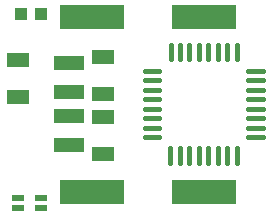
<source format=gtp>
G04 Layer: TopPasteMaskLayer*
G04 EasyEDA v6.3.53, 2020-06-17T01:54:55+02:00*
G04 e9d571a3f1504c91a96fab9e56f28b91,9eabfb72a9474bef872f988307f0334b,10*
G04 Gerber Generator version 0.2*
G04 Scale: 100 percent, Rotated: No, Reflected: No *
G04 Dimensions in millimeters *
G04 leading zeros omitted , absolute positions ,3 integer and 3 decimal *
%FSLAX33Y33*%
%MOMM*%
G90*
G71D02*

%ADD13C,0.450012*%
%ADD15R,1.099998X0.599999*%
%ADD16R,2.499995X1.199998*%
%ADD17R,1.899996X1.199998*%
%ADD18R,1.092200X0.990600*%
%ADD19R,5.499989X1.999996*%

%LPD*%
G54D13*
G01X12455Y73252D02*
G01X13655Y73252D01*
G01X12455Y74053D02*
G01X13655Y74053D01*
G01X12455Y74853D02*
G01X13655Y74853D01*
G01X12455Y75653D02*
G01X13655Y75653D01*
G01X12455Y76450D02*
G01X13655Y76450D01*
G01X12455Y77250D02*
G01X13655Y77250D01*
G01X12455Y78051D02*
G01X13655Y78051D01*
G01X12455Y78851D02*
G01X13655Y78851D01*
G01X14630Y79815D02*
G01X14630Y81015D01*
G01X15430Y79815D02*
G01X15430Y81015D01*
G01X16230Y79815D02*
G01X16230Y81015D01*
G01X17030Y79815D02*
G01X17030Y81015D01*
G01X17828Y79815D02*
G01X17828Y81015D01*
G01X18628Y79815D02*
G01X18628Y81015D01*
G01X19428Y79815D02*
G01X19428Y81015D01*
G01X20228Y79815D02*
G01X20228Y81015D01*
G01X21218Y78840D02*
G01X22418Y78840D01*
G01X21218Y78040D02*
G01X22418Y78040D01*
G01X21218Y77240D02*
G01X22418Y77240D01*
G01X21218Y76440D02*
G01X22418Y76440D01*
G01X21218Y75643D02*
G01X22418Y75643D01*
G01X21218Y74843D02*
G01X22418Y74843D01*
G01X21218Y74042D02*
G01X22418Y74042D01*
G01X21218Y73242D02*
G01X22418Y73242D01*
G01X20218Y71078D02*
G01X20218Y72278D01*
G01X19418Y71078D02*
G01X19418Y72278D01*
G01X18618Y71078D02*
G01X18618Y72278D01*
G01X17818Y71078D02*
G01X17818Y72278D01*
G01X17020Y71078D02*
G01X17020Y72278D01*
G01X16220Y71078D02*
G01X16220Y72278D01*
G01X15420Y71078D02*
G01X15420Y72278D01*
G01X14620Y71078D02*
G01X14620Y72278D01*
G54D15*
G01X3655Y68115D03*
G01X3655Y67214D03*
G01X1755Y68115D03*
G01X1755Y67214D03*
G54D16*
G01X6010Y72546D03*
G01X6010Y75046D03*
G01X6010Y77046D03*
G01X6010Y79546D03*
G54D17*
G01X8928Y76860D03*
G01X8928Y80060D03*
G01X8928Y74979D03*
G01X8928Y71779D03*
G01X1689Y79805D03*
G01X1689Y76605D03*
G54D18*
G01X1981Y83666D03*
G01X3683Y83666D03*
G54D19*
G01X17488Y83412D03*
G01X7988Y83412D03*
G01X7988Y68553D03*
G01X17488Y68553D03*
M00*
M02*

</source>
